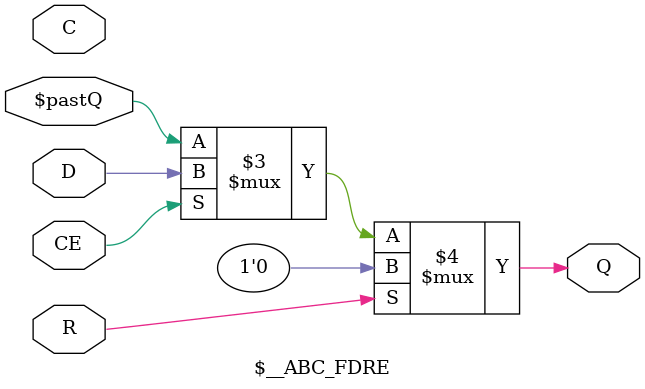
<source format=v>
/*
 *  yosys -- Yosys Open SYnthesis Suite
 *
 *  Copyright (C) 2012  Clifford Wolf <clifford@clifford.at>
 *                2019  Eddie Hung    <eddie@fpgeh.com>
 *
 *  Permission to use, copy, modify, and/or distribute this software for any
 *  purpose with or without fee is hereby granted, provided that the above
 *  copyright notice and this permission notice appear in all copies.
 *
 *  THE SOFTWARE IS PROVIDED "AS IS" AND THE AUTHOR DISCLAIMS ALL WARRANTIES
 *  WITH REGARD TO THIS SOFTWARE INCLUDING ALL IMPLIED WARRANTIES OF
 *  MERCHANTABILITY AND FITNESS. IN NO EVENT SHALL THE AUTHOR BE LIABLE FOR
 *  ANY SPECIAL, DIRECT, INDIRECT, OR CONSEQUENTIAL DAMAGES OR ANY DAMAGES
 *  WHATSOEVER RESULTING FROM LOSS OF USE, DATA OR PROFITS, WHETHER IN AN
 *  ACTION OF CONTRACT, NEGLIGENCE OR OTHER TORTIOUS ACTION, ARISING OUT OF
 *  OR IN CONNECTION WITH THE USE OR PERFORMANCE OF THIS SOFTWARE.
 *
 */

// ============================================================================

module \$__ABC_FF_ (input C, D, output Q);
	parameter CLKPOL = 1'b1;
endmodule

(* abc_box_id = 7, lib_whitebox, abc_flop = "FDRE,D,Q,\\$pastQ" *)
module \$__ABC_FDRE (output Q, input C, CE, D, R, \$pastQ );
  parameter [0:0] INIT = 1'b0;
  //parameter [0:0] IS_C_INVERTED = 1'b0;
  parameter [0:0] IS_D_INVERTED = 1'b0;
  parameter [0:0] IS_R_INVERTED = 1'b0;
  assign Q = (R ^ IS_R_INVERTED) ? 1'b0 : (CE ? (D ^ IS_D_INVERTED) : \$pastQ );
endmodule

</source>
